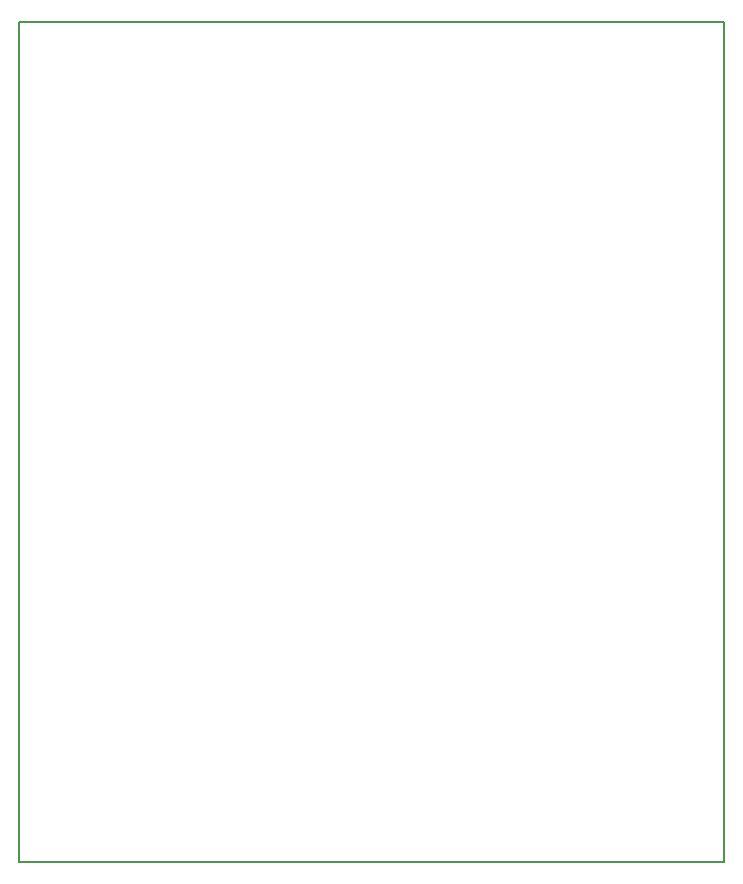
<source format=gbr>
%TF.GenerationSoftware,KiCad,Pcbnew,9.0.2*%
%TF.CreationDate,2025-07-16T11:30:41+01:00*%
%TF.ProjectId,High Tech Fidget Spinner,48696768-2054-4656-9368-204669646765,rev?*%
%TF.SameCoordinates,Original*%
%TF.FileFunction,Profile,NP*%
%FSLAX46Y46*%
G04 Gerber Fmt 4.6, Leading zero omitted, Abs format (unit mm)*
G04 Created by KiCad (PCBNEW 9.0.2) date 2025-07-16 11:30:41*
%MOMM*%
%LPD*%
G01*
G04 APERTURE LIST*
%TA.AperFunction,Profile*%
%ADD10C,0.200000*%
%TD*%
G04 APERTURE END LIST*
D10*
X31750000Y-25400000D02*
X91440000Y-25400000D01*
X91440000Y-96520000D01*
X31750000Y-96520000D01*
X31750000Y-25400000D01*
M02*

</source>
